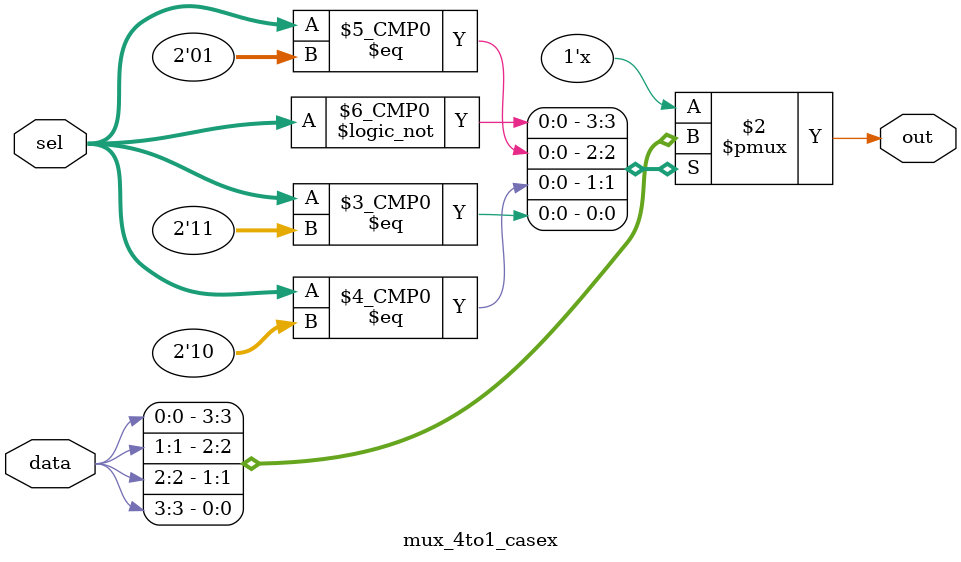
<source format=v>
module mux_4to1_casex (
    input  [3:0] data,  
    input  [1:0] sel,   
    output reg out);

always @(*) begin
    casex (sel)
        2'b00: out = data[0];
        2'b01: out = data[1];
        2'b10: out = data[2];
        2'b11: out = data[3];
        default: out = 1'b0; 
    endcase
end
endmodule

</source>
